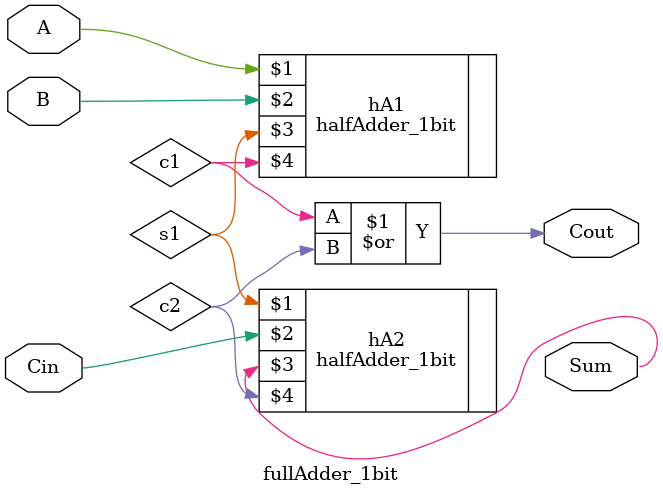
<source format=v>
`include "halfAdder.v"

module fullAdder_1bit(input A, input B, input Cin, output Sum, output Cout);

    // Declare wires
    wire c1, s1, c2;

    // Instantiate halfAdder modules -> Remember to use the module name and not the file name
    halfAdder_1bit hA1(A, B, s1, c1);
    halfAdder_1bit hA2(s1, Cin, Sum, c2);
    or o1(Cout, c1, c2);
    // OR directly use formula for Sum and Cout
    // assign Sum = (A ^ B) ^ Cin
    // assign Cout = (A & B) | (B & Cin) | (A & Cin)
/*
Rough work 
A B Cin Sum Cout s1 c1 Sum c2 
0 0  0   0   0   0  0   0  0
0 0  1   1   0   0  0   1  0
0 1  0   1   0   1  0   1  0
0 1  1   0   1   1  0   0  1
1 0  0   1   0   1  0   1  0
1 0  1   0   1   1  0   0  1
1 1  0   0   1   0  1   0  0
1 1  1   1   1   0  1   1  0
*/
endmodule




</source>
